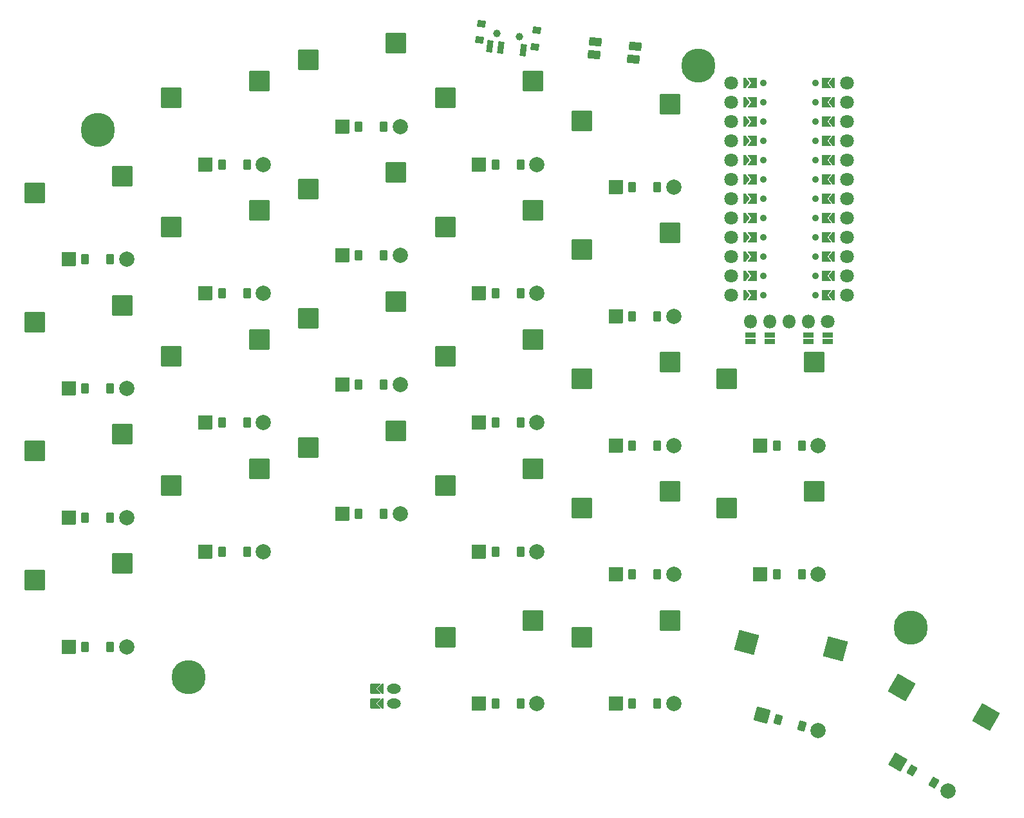
<source format=gbr>
%TF.GenerationSoftware,KiCad,Pcbnew,8.0.5-dirty*%
%TF.CreationDate,2024-10-12T09:21:06-05:00*%
%TF.ProjectId,sweeppp,73776565-7070-4702-9e6b-696361645f70,v1.0.0*%
%TF.SameCoordinates,Original*%
%TF.FileFunction,Soldermask,Top*%
%TF.FilePolarity,Negative*%
%FSLAX46Y46*%
G04 Gerber Fmt 4.6, Leading zero omitted, Abs format (unit mm)*
G04 Created by KiCad (PCBNEW 8.0.5-dirty) date 2024-10-12 09:21:06*
%MOMM*%
%LPD*%
G01*
G04 APERTURE LIST*
G04 Aperture macros list*
%AMRoundRect*
0 Rectangle with rounded corners*
0 $1 Rounding radius*
0 $2 $3 $4 $5 $6 $7 $8 $9 X,Y pos of 4 corners*
0 Add a 4 corners polygon primitive as box body*
4,1,4,$2,$3,$4,$5,$6,$7,$8,$9,$2,$3,0*
0 Add four circle primitives for the rounded corners*
1,1,$1+$1,$2,$3*
1,1,$1+$1,$4,$5*
1,1,$1+$1,$6,$7*
1,1,$1+$1,$8,$9*
0 Add four rect primitives between the rounded corners*
20,1,$1+$1,$2,$3,$4,$5,0*
20,1,$1+$1,$4,$5,$6,$7,0*
20,1,$1+$1,$6,$7,$8,$9,0*
20,1,$1+$1,$8,$9,$2,$3,0*%
%AMFreePoly0*
4,1,16,-0.214645,0.660355,-0.210957,0.656235,0.289043,0.031235,0.299694,-0.005522,0.289043,-0.031235,-0.210957,-0.656235,-0.244478,-0.674694,-0.250000,-0.675000,-0.500000,-0.675000,-0.535355,-0.660355,-0.550000,-0.625000,-0.550000,0.625000,-0.535355,0.660355,-0.500000,0.675000,-0.250000,0.675000,-0.214645,0.660355,-0.214645,0.660355,$1*%
%AMFreePoly1*
4,1,16,0.535355,0.660355,0.550000,0.625000,0.550000,-0.625000,0.535355,-0.660355,0.500000,-0.675000,-0.650000,-0.675000,-0.685355,-0.660355,-0.700000,-0.625000,-0.689043,-0.593765,-0.214031,0.000000,-0.689043,0.593765,-0.699694,0.630522,-0.681235,0.664043,-0.650000,0.675000,0.500000,0.675000,0.535355,0.660355,0.535355,0.660355,$1*%
%AMFreePoly2*
4,1,16,0.635355,0.285355,0.650000,0.250000,0.650000,-1.000000,0.635355,-1.035355,0.600000,-1.050000,0.564645,-1.035355,0.000000,-0.470710,-0.564645,-1.035355,-0.600000,-1.050000,-0.635355,-1.035355,-0.650000,-1.000000,-0.650000,0.250000,-0.635355,0.285355,-0.600000,0.300000,0.600000,0.300000,0.635355,0.285355,0.635355,0.285355,$1*%
%AMFreePoly3*
4,1,14,0.035355,0.435355,0.635355,-0.164645,0.650000,-0.200000,0.650000,-0.400000,0.635355,-0.435355,0.600000,-0.450000,-0.600000,-0.450000,-0.635355,-0.435355,-0.650000,-0.400000,-0.650000,-0.200000,-0.635355,-0.164645,-0.035355,0.435355,0.000000,0.450000,0.035355,0.435355,0.035355,0.435355,$1*%
G04 Aperture macros list end*
%ADD10RoundRect,0.050000X-1.300000X-1.300000X1.300000X-1.300000X1.300000X1.300000X-1.300000X1.300000X0*%
%ADD11C,0.800000*%
%ADD12C,4.500000*%
%ADD13RoundRect,0.050000X-0.889000X-0.889000X0.889000X-0.889000X0.889000X0.889000X-0.889000X0.889000X0*%
%ADD14RoundRect,0.050000X-0.450000X-0.600000X0.450000X-0.600000X0.450000X0.600000X-0.450000X0.600000X0*%
%ADD15C,2.005000*%
%ADD16RoundRect,0.050000X-1.088798X-0.628618X0.628618X-1.088798X1.088798X0.628618X-0.628618X1.088798X0*%
%ADD17RoundRect,0.050000X-0.589958X-0.463087X0.279375X-0.696024X0.589958X0.463087X-0.279375X0.696024X0*%
%ADD18RoundRect,0.050000X-1.214397X-0.325397X0.325397X-1.214397X1.214397X0.325397X-0.325397X1.214397X0*%
%ADD19RoundRect,0.050000X-0.689711X-0.294615X0.089711X-0.744615X0.689711X0.294615X-0.089711X0.744615X0*%
%ADD20FreePoly0,180.000000*%
%ADD21C,1.800000*%
%ADD22FreePoly0,0.000000*%
%ADD23C,0.900000*%
%ADD24FreePoly1,180.000000*%
%ADD25FreePoly1,0.000000*%
%ADD26RoundRect,0.050000X-1.592168X-0.919239X0.919239X-1.592168X1.592168X0.919239X-0.919239X1.592168X0*%
%ADD27O,1.800000X1.800000*%
%ADD28RoundRect,0.050000X0.600000X-0.300000X0.600000X0.300000X-0.600000X0.300000X-0.600000X-0.300000X0*%
%ADD29RoundRect,0.050000X-1.775833X-0.475833X0.475833X-1.775833X1.775833X0.475833X-0.475833X1.775833X0*%
%ADD30FreePoly2,90.000000*%
%ADD31O,1.850000X1.300000*%
%ADD32FreePoly3,90.000000*%
%ADD33RoundRect,0.050000X0.828043X0.406166X-0.711372X0.587005X-0.828043X-0.406166X0.711372X-0.587005X0*%
%ADD34RoundRect,0.050000X0.543254X0.338933X-0.449917X0.455604X-0.543254X-0.338933X0.449917X-0.455604X0*%
%ADD35C,1.000000*%
%ADD36RoundRect,0.050000X0.435113X0.704043X-0.260107X0.785713X-0.435113X-0.704043X0.260107X-0.785713X0*%
G04 APERTURE END LIST*
D10*
%TO.C,S1*%
X100868928Y-90900575D03*
X89318928Y-93100575D03*
%TD*%
%TO.C,S23*%
X154868928Y-98400576D03*
X143318928Y-100600576D03*
%TD*%
%TO.C,S6*%
X118868928Y-61400574D03*
X107318928Y-63600574D03*
%TD*%
D11*
%TO.C,_2*%
X107943928Y-105850575D03*
X108427202Y-104683850D03*
X108427202Y-107017302D03*
X109593927Y-107500576D03*
D12*
X109593928Y-105850576D03*
D11*
X109593929Y-104200576D03*
X110760654Y-104683850D03*
X110760654Y-107017302D03*
X111243928Y-105850577D03*
%TD*%
D13*
%TO.C,D18*%
X165783928Y-75350575D03*
D14*
X167943928Y-75350573D03*
X171243928Y-75350575D03*
D15*
X173403928Y-75350573D03*
%TD*%
D10*
%TO.C,S18*%
X172868926Y-64400576D03*
X161318926Y-66600576D03*
%TD*%
%TO.C,S15*%
X154868927Y-44400575D03*
X143318927Y-46600575D03*
%TD*%
D16*
%TO.C,D25*%
X184999793Y-110902410D03*
D17*
X187086193Y-111461463D03*
X190273749Y-112315563D03*
D15*
X192360149Y-112874616D03*
%TD*%
D13*
%TO.C,D17*%
X165783927Y-92350576D03*
D14*
X167943927Y-92350574D03*
X171243927Y-92350576D03*
D15*
X173403927Y-92350574D03*
%TD*%
D10*
%TO.C,S14*%
X154868927Y-61400576D03*
X143318927Y-63600576D03*
%TD*%
D18*
%TO.C,D26*%
X202877189Y-117032520D03*
D19*
X204747803Y-118112521D03*
X207605689Y-119762521D03*
D15*
X209476303Y-120842522D03*
%TD*%
D13*
%TO.C,D21*%
X184783929Y-92350576D03*
D14*
X186943929Y-92350574D03*
X190243929Y-92350576D03*
D15*
X192403929Y-92350574D03*
%TD*%
D10*
%TO.C,S7*%
X118868927Y-44400574D03*
X107318927Y-46600574D03*
%TD*%
D13*
%TO.C,D8*%
X111783927Y-38350576D03*
D14*
X113943927Y-38350574D03*
X117243927Y-38350576D03*
D15*
X119403927Y-38350574D03*
%TD*%
D10*
%TO.C,S13*%
X154868927Y-78400576D03*
X143318927Y-80600576D03*
%TD*%
D13*
%TO.C,D11*%
X129783928Y-50350577D03*
D14*
X131943928Y-50350575D03*
X135243928Y-50350577D03*
D15*
X137403928Y-50350575D03*
%TD*%
D20*
%TO.C,MCU1*%
X194093925Y-27650574D03*
D21*
X196213925Y-27650574D03*
D20*
X194093925Y-30190574D03*
D21*
X196213925Y-30190573D03*
D20*
X194093925Y-32730574D03*
D21*
X196213925Y-32730574D03*
D20*
X194093925Y-35270574D03*
D21*
X196213925Y-35270574D03*
D20*
X194093925Y-37810574D03*
D21*
X196213925Y-37810575D03*
D20*
X194093925Y-40350574D03*
D21*
X196213925Y-40350574D03*
D20*
X194093925Y-42890574D03*
D21*
X196213925Y-42890573D03*
D20*
X194093925Y-45430574D03*
D21*
X196213925Y-45430574D03*
D20*
X194093925Y-47970575D03*
D21*
X196213925Y-47970574D03*
D20*
X194093925Y-50510574D03*
D21*
X196213925Y-50510575D03*
D20*
X194093925Y-53050574D03*
D21*
X196213925Y-53050574D03*
D20*
X194093925Y-55590574D03*
D21*
X196213926Y-55590573D03*
X180973924Y-55590574D03*
D22*
X183093925Y-55590574D03*
D21*
X180973925Y-53050574D03*
D22*
X183093925Y-53050574D03*
D21*
X180973925Y-50510575D03*
D22*
X183093925Y-50510574D03*
D21*
X180973925Y-47970574D03*
D22*
X183093925Y-47970574D03*
D21*
X180973925Y-45430574D03*
D22*
X183093925Y-45430574D03*
D21*
X180973925Y-42890573D03*
D22*
X183093925Y-42890574D03*
D21*
X180973925Y-40350574D03*
D22*
X183093925Y-40350574D03*
D21*
X180973925Y-37810575D03*
D22*
X183093925Y-37810574D03*
D21*
X180973925Y-35270574D03*
D22*
X183093925Y-35270574D03*
D21*
X180973925Y-32730574D03*
D22*
X183093925Y-32730573D03*
D21*
X180973925Y-30190573D03*
D22*
X183093925Y-30190574D03*
D21*
X180973925Y-27650574D03*
D22*
X183093925Y-27650574D03*
D23*
X191993925Y-27650574D03*
D24*
X193368925Y-27650574D03*
D23*
X191993925Y-30190574D03*
D24*
X193368925Y-30190575D03*
D23*
X191993925Y-32730574D03*
D24*
X193368925Y-32730574D03*
D23*
X191993926Y-35270574D03*
D24*
X193368927Y-35270574D03*
D23*
X191993924Y-37810574D03*
D24*
X193368924Y-37810573D03*
D23*
X191993924Y-40350574D03*
D24*
X193368925Y-40350574D03*
D23*
X191993924Y-42890574D03*
D24*
X193368924Y-42890575D03*
D23*
X191993925Y-45430575D03*
D24*
X193368925Y-45430574D03*
D23*
X191993923Y-47970573D03*
D24*
X193368925Y-47970574D03*
D23*
X191993925Y-50510574D03*
D24*
X193368925Y-50510573D03*
D23*
X191993925Y-53050574D03*
D24*
X193368926Y-53050574D03*
D23*
X191993925Y-55590574D03*
D24*
X193368926Y-55590574D03*
D25*
X183818924Y-55590574D03*
D23*
X185193925Y-55590574D03*
D25*
X183818925Y-53050574D03*
D23*
X185193925Y-53050574D03*
D25*
X183818925Y-50510573D03*
D23*
X185193925Y-50510574D03*
D25*
X183818925Y-47970574D03*
D23*
X185193925Y-47970574D03*
D25*
X183818923Y-45430574D03*
D23*
X185193924Y-45430574D03*
D25*
X183818926Y-42890575D03*
D23*
X185193926Y-42890574D03*
D25*
X183818925Y-40350574D03*
D23*
X185193926Y-40350574D03*
D25*
X183818926Y-37810573D03*
D23*
X185193926Y-37810574D03*
D25*
X183818925Y-35270574D03*
D23*
X185193925Y-35270573D03*
D25*
X183818925Y-32730574D03*
D23*
X185193927Y-32730575D03*
D25*
X183818925Y-30190575D03*
D23*
X185193925Y-30190574D03*
D25*
X183818924Y-27650574D03*
D23*
X185193925Y-27650574D03*
%TD*%
D10*
%TO.C,S24*%
X172868929Y-98400576D03*
X161318929Y-100600576D03*
%TD*%
%TO.C,S5*%
X118868927Y-78400574D03*
X107318927Y-80600574D03*
%TD*%
%TO.C,S17*%
X172868929Y-81400576D03*
X161318929Y-83600576D03*
%TD*%
%TO.C,S3*%
X100868929Y-56900576D03*
X89318929Y-59100576D03*
%TD*%
D13*
%TO.C,D1*%
X93783927Y-101850576D03*
D14*
X95943927Y-101850574D03*
X99243927Y-101850576D03*
D15*
X101403927Y-101850574D03*
%TD*%
D13*
%TO.C,D12*%
X129783928Y-33350576D03*
D14*
X131943928Y-33350574D03*
X135243928Y-33350576D03*
D15*
X137403928Y-33350574D03*
%TD*%
D13*
%TO.C,D2*%
X93783929Y-84850578D03*
D14*
X95943929Y-84850576D03*
X99243929Y-84850578D03*
D15*
X101403929Y-84850576D03*
%TD*%
D10*
%TO.C,S2*%
X100868928Y-73900576D03*
X89318928Y-76100576D03*
%TD*%
D13*
%TO.C,D22*%
X184783927Y-75350575D03*
D14*
X186943927Y-75350573D03*
X190243927Y-75350575D03*
D15*
X192403927Y-75350573D03*
%TD*%
D13*
%TO.C,D7*%
X111783928Y-55350575D03*
D14*
X113943928Y-55350573D03*
X117243928Y-55350575D03*
D15*
X119403928Y-55350573D03*
%TD*%
D13*
%TO.C,D13*%
X147783927Y-89350577D03*
D14*
X149943927Y-89350575D03*
X153243927Y-89350577D03*
D15*
X155403927Y-89350575D03*
%TD*%
D10*
%TO.C,S12*%
X136868927Y-22400576D03*
X125318927Y-24600576D03*
%TD*%
D13*
%TO.C,D5*%
X111783926Y-89350576D03*
D14*
X113943926Y-89350574D03*
X117243926Y-89350576D03*
D15*
X119403926Y-89350574D03*
%TD*%
D26*
%TO.C,S25*%
X194677444Y-102159258D03*
X182951599Y-101294935D03*
%TD*%
D10*
%TO.C,S20*%
X172868928Y-30400575D03*
X161318928Y-32600575D03*
%TD*%
%TO.C,S9*%
X136868926Y-73400577D03*
X125318926Y-75600577D03*
%TD*%
D27*
%TO.C,DISP1*%
X183513928Y-59050573D03*
X186053927Y-59050573D03*
X188593928Y-59050573D03*
X191133929Y-59050573D03*
D21*
X193673928Y-59050573D03*
D28*
X183513929Y-61700573D03*
X186053929Y-61700573D03*
X191133928Y-61700573D03*
X193673928Y-61700572D03*
X183513928Y-60800574D03*
X186053928Y-60800573D03*
X191133928Y-60800574D03*
X193673928Y-60800573D03*
%TD*%
D10*
%TO.C,S4*%
X100868925Y-39900576D03*
X89318925Y-42100576D03*
%TD*%
%TO.C,S10*%
X136868928Y-56400573D03*
X125318928Y-58600573D03*
%TD*%
%TO.C,S8*%
X118868928Y-27400576D03*
X107318928Y-29600576D03*
%TD*%
D13*
%TO.C,D4*%
X93783927Y-50850578D03*
D14*
X95943927Y-50850576D03*
X99243927Y-50850578D03*
D15*
X101403927Y-50850576D03*
%TD*%
D11*
%TO.C,_4*%
X202943927Y-99350575D03*
X203427201Y-98183850D03*
X203427201Y-100517302D03*
X204593926Y-101000576D03*
D12*
X204593927Y-99350576D03*
D11*
X204593928Y-97700576D03*
X205760653Y-98183850D03*
X205760653Y-100517302D03*
X206243927Y-99350577D03*
%TD*%
D13*
%TO.C,D19*%
X165783926Y-58350576D03*
D14*
X167943926Y-58350574D03*
X171243926Y-58350576D03*
D15*
X173403926Y-58350574D03*
%TD*%
D10*
%TO.C,S21*%
X191868927Y-81400574D03*
X180318927Y-83600574D03*
%TD*%
D11*
%TO.C,_3*%
X174943926Y-25350574D03*
X175427200Y-24183849D03*
X175427200Y-26517301D03*
X176593925Y-27000575D03*
D12*
X176593926Y-25350575D03*
D11*
X176593927Y-23700575D03*
X177760652Y-24183849D03*
X177760652Y-26517301D03*
X178243926Y-25350576D03*
%TD*%
D29*
%TO.C,S26*%
X214487975Y-111092045D03*
X203385380Y-107222301D03*
%TD*%
D13*
%TO.C,D6*%
X111783928Y-72350576D03*
D14*
X113943928Y-72350574D03*
X117243928Y-72350576D03*
D15*
X119403928Y-72350574D03*
%TD*%
D10*
%TO.C,S19*%
X172868926Y-47400574D03*
X161318926Y-49600574D03*
%TD*%
D13*
%TO.C,D24*%
X165783929Y-109350576D03*
D14*
X167943929Y-109350574D03*
X171243929Y-109350576D03*
D15*
X173403929Y-109350574D03*
%TD*%
D10*
%TO.C,S16*%
X154868929Y-27400576D03*
X143318929Y-29600576D03*
%TD*%
D13*
%TO.C,D23*%
X147783927Y-109350576D03*
D14*
X149943927Y-109350574D03*
X153243927Y-109350576D03*
D15*
X155403927Y-109350574D03*
%TD*%
D13*
%TO.C,D14*%
X147783927Y-72350575D03*
D14*
X149943927Y-72350573D03*
X153243927Y-72350575D03*
D15*
X155403927Y-72350573D03*
%TD*%
D13*
%TO.C,D3*%
X93783928Y-67850576D03*
D14*
X95943928Y-67850574D03*
X99243928Y-67850576D03*
D15*
X101403928Y-67850574D03*
%TD*%
D10*
%TO.C,S22*%
X191868928Y-64400573D03*
X180318928Y-66600573D03*
%TD*%
D11*
%TO.C,_1*%
X95943926Y-33850572D03*
X96427200Y-32683847D03*
X96427200Y-35017299D03*
X97593925Y-35500573D03*
D12*
X97593926Y-33850573D03*
D11*
X97593927Y-32200573D03*
X98760652Y-32683847D03*
X98760652Y-35017299D03*
X99243926Y-33850574D03*
%TD*%
D30*
%TO.C,JST1*%
X133777929Y-107350576D03*
X133777929Y-109350576D03*
D31*
X136593929Y-107350576D03*
X136593929Y-109350576D03*
D32*
X134793929Y-107350574D03*
X134793929Y-109350577D03*
%TD*%
D13*
%TO.C,D20*%
X165783927Y-41350576D03*
D14*
X167943927Y-41350574D03*
X171243927Y-41350576D03*
D15*
X173403927Y-41350574D03*
%TD*%
D13*
%TO.C,D15*%
X147783928Y-55350577D03*
D14*
X149943928Y-55350575D03*
X153243928Y-55350577D03*
D15*
X155403928Y-55350575D03*
%TD*%
D13*
%TO.C,D16*%
X147783930Y-38350577D03*
D14*
X149943930Y-38350575D03*
X153243930Y-38350577D03*
D15*
X155403930Y-38350575D03*
%TD*%
D33*
%TO.C,RST1*%
X168300172Y-22812641D03*
X168101831Y-24501032D03*
X163086027Y-22200120D03*
X162887686Y-23888511D03*
%TD*%
D13*
%TO.C,D10*%
X129783925Y-67350577D03*
D14*
X131943925Y-67350575D03*
X135243925Y-67350577D03*
D15*
X137403925Y-67350575D03*
%TD*%
D34*
%TO.C,PWR1*%
X147842265Y-22002319D03*
X155092411Y-22854015D03*
D35*
X150107087Y-21150742D03*
X153086599Y-21500754D03*
D34*
X148100107Y-19807412D03*
X155350253Y-20659107D03*
D36*
X153626136Y-23336237D03*
X150646624Y-22986224D03*
X149156868Y-22811219D03*
%TD*%
D10*
%TO.C,S11*%
X136868927Y-39400576D03*
X125318927Y-41600576D03*
%TD*%
D13*
%TO.C,D9*%
X129783927Y-84350574D03*
D14*
X131943927Y-84350572D03*
X135243927Y-84350574D03*
D15*
X137403927Y-84350572D03*
%TD*%
M02*

</source>
